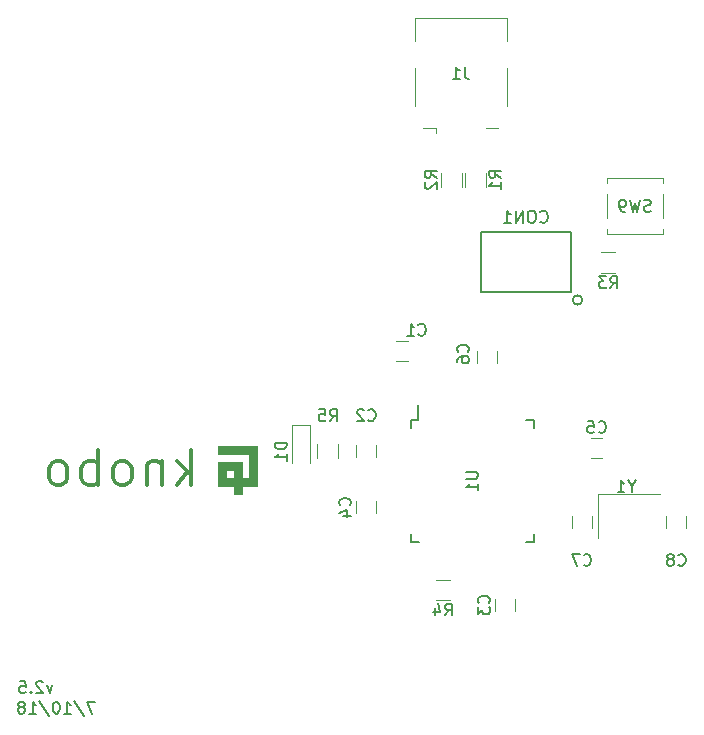
<source format=gbr>
G04 #@! TF.FileFunction,Legend,Bot*
%FSLAX46Y46*%
G04 Gerber Fmt 4.6, Leading zero omitted, Abs format (unit mm)*
G04 Created by KiCad (PCBNEW 4.0.7) date Thursday, April 11, 2019 'PMt' 06:08:24 PM*
%MOMM*%
%LPD*%
G01*
G04 APERTURE LIST*
%ADD10C,0.100000*%
%ADD11C,0.300000*%
%ADD12C,0.200000*%
%ADD13C,0.120000*%
%ADD14C,0.150000*%
%ADD15C,0.203200*%
%ADD16C,0.010000*%
G04 APERTURE END LIST*
D10*
D11*
X119628571Y-106357143D02*
X119628571Y-103357143D01*
X119342857Y-105214286D02*
X118485714Y-106357143D01*
X118485714Y-104357143D02*
X119628571Y-105500000D01*
X117200000Y-104357143D02*
X117200000Y-106357143D01*
X117200000Y-104642857D02*
X117057143Y-104500000D01*
X116771429Y-104357143D01*
X116342857Y-104357143D01*
X116057143Y-104500000D01*
X115914286Y-104785714D01*
X115914286Y-106357143D01*
X114057143Y-106357143D02*
X114342857Y-106214286D01*
X114485714Y-106071429D01*
X114628571Y-105785714D01*
X114628571Y-104928571D01*
X114485714Y-104642857D01*
X114342857Y-104500000D01*
X114057143Y-104357143D01*
X113628571Y-104357143D01*
X113342857Y-104500000D01*
X113200000Y-104642857D01*
X113057143Y-104928571D01*
X113057143Y-105785714D01*
X113200000Y-106071429D01*
X113342857Y-106214286D01*
X113628571Y-106357143D01*
X114057143Y-106357143D01*
X111771428Y-106357143D02*
X111771428Y-103357143D01*
X111771428Y-104500000D02*
X111485714Y-104357143D01*
X110914285Y-104357143D01*
X110628571Y-104500000D01*
X110485714Y-104642857D01*
X110342857Y-104928571D01*
X110342857Y-105785714D01*
X110485714Y-106071429D01*
X110628571Y-106214286D01*
X110914285Y-106357143D01*
X111485714Y-106357143D01*
X111771428Y-106214286D01*
X108628571Y-106357143D02*
X108914285Y-106214286D01*
X109057142Y-106071429D01*
X109199999Y-105785714D01*
X109199999Y-104928571D01*
X109057142Y-104642857D01*
X108914285Y-104500000D01*
X108628571Y-104357143D01*
X108199999Y-104357143D01*
X107914285Y-104500000D01*
X107771428Y-104642857D01*
X107628571Y-104928571D01*
X107628571Y-105785714D01*
X107771428Y-106071429D01*
X107914285Y-106214286D01*
X108199999Y-106357143D01*
X108628571Y-106357143D01*
D12*
X111535714Y-124702381D02*
X110869047Y-124702381D01*
X111297619Y-125702381D01*
X109773809Y-124654762D02*
X110630952Y-125940476D01*
X108916666Y-125702381D02*
X109488095Y-125702381D01*
X109202381Y-125702381D02*
X109202381Y-124702381D01*
X109297619Y-124845238D01*
X109392857Y-124940476D01*
X109488095Y-124988095D01*
X108297619Y-124702381D02*
X108202380Y-124702381D01*
X108107142Y-124750000D01*
X108059523Y-124797619D01*
X108011904Y-124892857D01*
X107964285Y-125083333D01*
X107964285Y-125321429D01*
X108011904Y-125511905D01*
X108059523Y-125607143D01*
X108107142Y-125654762D01*
X108202380Y-125702381D01*
X108297619Y-125702381D01*
X108392857Y-125654762D01*
X108440476Y-125607143D01*
X108488095Y-125511905D01*
X108535714Y-125321429D01*
X108535714Y-125083333D01*
X108488095Y-124892857D01*
X108440476Y-124797619D01*
X108392857Y-124750000D01*
X108297619Y-124702381D01*
X106821428Y-124654762D02*
X107678571Y-125940476D01*
X105964285Y-125702381D02*
X106535714Y-125702381D01*
X106250000Y-125702381D02*
X106250000Y-124702381D01*
X106345238Y-124845238D01*
X106440476Y-124940476D01*
X106535714Y-124988095D01*
X105392857Y-125130952D02*
X105488095Y-125083333D01*
X105535714Y-125035714D01*
X105583333Y-124940476D01*
X105583333Y-124892857D01*
X105535714Y-124797619D01*
X105488095Y-124750000D01*
X105392857Y-124702381D01*
X105202380Y-124702381D01*
X105107142Y-124750000D01*
X105059523Y-124797619D01*
X105011904Y-124892857D01*
X105011904Y-124940476D01*
X105059523Y-125035714D01*
X105107142Y-125083333D01*
X105202380Y-125130952D01*
X105392857Y-125130952D01*
X105488095Y-125178571D01*
X105535714Y-125226190D01*
X105583333Y-125321429D01*
X105583333Y-125511905D01*
X105535714Y-125607143D01*
X105488095Y-125654762D01*
X105392857Y-125702381D01*
X105202380Y-125702381D01*
X105107142Y-125654762D01*
X105059523Y-125607143D01*
X105011904Y-125511905D01*
X105011904Y-125321429D01*
X105059523Y-125226190D01*
X105107142Y-125178571D01*
X105202380Y-125130952D01*
X107928571Y-123285714D02*
X107690476Y-123952381D01*
X107452380Y-123285714D01*
X107119047Y-123047619D02*
X107071428Y-123000000D01*
X106976190Y-122952381D01*
X106738094Y-122952381D01*
X106642856Y-123000000D01*
X106595237Y-123047619D01*
X106547618Y-123142857D01*
X106547618Y-123238095D01*
X106595237Y-123380952D01*
X107166666Y-123952381D01*
X106547618Y-123952381D01*
X106119047Y-123857143D02*
X106071428Y-123904762D01*
X106119047Y-123952381D01*
X106166666Y-123904762D01*
X106119047Y-123857143D01*
X106119047Y-123952381D01*
X105166666Y-122952381D02*
X105642857Y-122952381D01*
X105690476Y-123428571D01*
X105642857Y-123380952D01*
X105547619Y-123333333D01*
X105309523Y-123333333D01*
X105214285Y-123380952D01*
X105166666Y-123428571D01*
X105119047Y-123523810D01*
X105119047Y-123761905D01*
X105166666Y-123857143D01*
X105214285Y-123904762D01*
X105309523Y-123952381D01*
X105547619Y-123952381D01*
X105642857Y-123904762D01*
X105690476Y-123857143D01*
D13*
X138000000Y-95850000D02*
X137000000Y-95850000D01*
X137000000Y-94150000D02*
X138000000Y-94150000D01*
X133650000Y-104000000D02*
X133650000Y-103000000D01*
X135350000Y-103000000D02*
X135350000Y-104000000D01*
X145400000Y-117000000D02*
X145400000Y-116000000D01*
X147100000Y-116000000D02*
X147100000Y-117000000D01*
X135350000Y-107750000D02*
X135350000Y-108750000D01*
X133650000Y-108750000D02*
X133650000Y-107750000D01*
X154500000Y-104100000D02*
X153500000Y-104100000D01*
X153500000Y-102400000D02*
X154500000Y-102400000D01*
X145600000Y-95000000D02*
X145600000Y-96000000D01*
X143900000Y-96000000D02*
X143900000Y-95000000D01*
X151900000Y-110000000D02*
X151900000Y-109000000D01*
X153600000Y-109000000D02*
X153600000Y-110000000D01*
X159900000Y-110000000D02*
X159900000Y-109000000D01*
X161600000Y-109000000D02*
X161600000Y-110000000D01*
X146410000Y-66840000D02*
X138590000Y-66840000D01*
X140390000Y-76160000D02*
X140390000Y-76590000D01*
X146410000Y-66840000D02*
X146410000Y-68790000D01*
X146410000Y-71010000D02*
X146410000Y-74240000D01*
X144610000Y-76160000D02*
X145690000Y-76160000D01*
X139310000Y-76160000D02*
X140390000Y-76160000D01*
X138590000Y-71010000D02*
X138590000Y-74240000D01*
X138590000Y-66840000D02*
X138590000Y-68790000D01*
X142870000Y-79900000D02*
X142870000Y-81100000D01*
X144630000Y-81100000D02*
X144630000Y-79900000D01*
X140870000Y-79900000D02*
X140870000Y-81100000D01*
X142630000Y-81100000D02*
X142630000Y-79900000D01*
X155600000Y-86620000D02*
X154400000Y-86620000D01*
X154400000Y-88380000D02*
X155600000Y-88380000D01*
X141600000Y-114370000D02*
X140400000Y-114370000D01*
X140400000Y-116130000D02*
X141600000Y-116130000D01*
X159620000Y-80380000D02*
X154880000Y-80380000D01*
X159620000Y-80380000D02*
X159620000Y-80780000D01*
X154880000Y-80380000D02*
X154880000Y-80780000D01*
X159620000Y-85120000D02*
X159620000Y-84720000D01*
X159620000Y-85120000D02*
X154880000Y-85120000D01*
X154880000Y-85120000D02*
X154880000Y-84720000D01*
X154880000Y-83780000D02*
X154880000Y-81720000D01*
X159620000Y-83780000D02*
X159620000Y-81720000D01*
D14*
X138325000Y-100825000D02*
X138900000Y-100825000D01*
X138325000Y-111175000D02*
X139000000Y-111175000D01*
X148675000Y-111175000D02*
X148000000Y-111175000D01*
X148675000Y-100825000D02*
X148000000Y-100825000D01*
X138325000Y-100825000D02*
X138325000Y-101500000D01*
X148675000Y-100825000D02*
X148675000Y-101500000D01*
X148675000Y-111175000D02*
X148675000Y-110500000D01*
X138325000Y-111175000D02*
X138325000Y-110500000D01*
X138900000Y-100825000D02*
X138900000Y-99550000D01*
D13*
X154100000Y-110850000D02*
X154100000Y-107150000D01*
X154100000Y-107150000D02*
X159400000Y-107150000D01*
X129750000Y-104500000D02*
X129750000Y-101300000D01*
X128250000Y-101300000D02*
X128250000Y-104500000D01*
X128250000Y-101300000D02*
X129750000Y-101300000D01*
X132130000Y-104100000D02*
X132130000Y-102900000D01*
X130370000Y-102900000D02*
X130370000Y-104100000D01*
D14*
X152793113Y-90690000D02*
G75*
G03X152793113Y-90690000I-403113J0D01*
G01*
D15*
X144190000Y-90040000D02*
X151810000Y-90040000D01*
X151810000Y-84960000D02*
X144190000Y-84960000D01*
X144190000Y-84960000D02*
X144190000Y-90040000D01*
X151810000Y-90040000D02*
X151810000Y-84960000D01*
D16*
G36*
X121923601Y-103728348D02*
X124611767Y-103732634D01*
X124613918Y-104738050D01*
X124616070Y-105743467D01*
X123947134Y-105743467D01*
X123947134Y-105083067D01*
X123269800Y-105083067D01*
X123269800Y-105743467D01*
X122600934Y-105743467D01*
X122600934Y-105083067D01*
X123269800Y-105083067D01*
X123947134Y-105083067D01*
X123947134Y-104397267D01*
X121923601Y-104397267D01*
X121923601Y-106429267D01*
X123269800Y-106429267D01*
X123269800Y-107098134D01*
X123947134Y-107098134D01*
X123947134Y-106429267D01*
X125293334Y-106429267D01*
X125293334Y-103051067D01*
X121923601Y-103051067D01*
X121923601Y-103728348D01*
X121923601Y-103728348D01*
G37*
X121923601Y-103728348D02*
X124611767Y-103732634D01*
X124613918Y-104738050D01*
X124616070Y-105743467D01*
X123947134Y-105743467D01*
X123947134Y-105083067D01*
X123269800Y-105083067D01*
X123269800Y-105743467D01*
X122600934Y-105743467D01*
X122600934Y-105083067D01*
X123269800Y-105083067D01*
X123947134Y-105083067D01*
X123947134Y-104397267D01*
X121923601Y-104397267D01*
X121923601Y-106429267D01*
X123269800Y-106429267D01*
X123269800Y-107098134D01*
X123947134Y-107098134D01*
X123947134Y-106429267D01*
X125293334Y-106429267D01*
X125293334Y-103051067D01*
X121923601Y-103051067D01*
X121923601Y-103728348D01*
D14*
X138916666Y-93607143D02*
X138964285Y-93654762D01*
X139107142Y-93702381D01*
X139202380Y-93702381D01*
X139345238Y-93654762D01*
X139440476Y-93559524D01*
X139488095Y-93464286D01*
X139535714Y-93273810D01*
X139535714Y-93130952D01*
X139488095Y-92940476D01*
X139440476Y-92845238D01*
X139345238Y-92750000D01*
X139202380Y-92702381D01*
X139107142Y-92702381D01*
X138964285Y-92750000D01*
X138916666Y-92797619D01*
X137964285Y-93702381D02*
X138535714Y-93702381D01*
X138250000Y-93702381D02*
X138250000Y-92702381D01*
X138345238Y-92845238D01*
X138440476Y-92940476D01*
X138535714Y-92988095D01*
X134666666Y-100857143D02*
X134714285Y-100904762D01*
X134857142Y-100952381D01*
X134952380Y-100952381D01*
X135095238Y-100904762D01*
X135190476Y-100809524D01*
X135238095Y-100714286D01*
X135285714Y-100523810D01*
X135285714Y-100380952D01*
X135238095Y-100190476D01*
X135190476Y-100095238D01*
X135095238Y-100000000D01*
X134952380Y-99952381D01*
X134857142Y-99952381D01*
X134714285Y-100000000D01*
X134666666Y-100047619D01*
X134285714Y-100047619D02*
X134238095Y-100000000D01*
X134142857Y-99952381D01*
X133904761Y-99952381D01*
X133809523Y-100000000D01*
X133761904Y-100047619D01*
X133714285Y-100142857D01*
X133714285Y-100238095D01*
X133761904Y-100380952D01*
X134333333Y-100952381D01*
X133714285Y-100952381D01*
X144857143Y-116333334D02*
X144904762Y-116285715D01*
X144952381Y-116142858D01*
X144952381Y-116047620D01*
X144904762Y-115904762D01*
X144809524Y-115809524D01*
X144714286Y-115761905D01*
X144523810Y-115714286D01*
X144380952Y-115714286D01*
X144190476Y-115761905D01*
X144095238Y-115809524D01*
X144000000Y-115904762D01*
X143952381Y-116047620D01*
X143952381Y-116142858D01*
X144000000Y-116285715D01*
X144047619Y-116333334D01*
X143952381Y-116666667D02*
X143952381Y-117285715D01*
X144333333Y-116952381D01*
X144333333Y-117095239D01*
X144380952Y-117190477D01*
X144428571Y-117238096D01*
X144523810Y-117285715D01*
X144761905Y-117285715D01*
X144857143Y-117238096D01*
X144904762Y-117190477D01*
X144952381Y-117095239D01*
X144952381Y-116809524D01*
X144904762Y-116714286D01*
X144857143Y-116666667D01*
X133107143Y-108083334D02*
X133154762Y-108035715D01*
X133202381Y-107892858D01*
X133202381Y-107797620D01*
X133154762Y-107654762D01*
X133059524Y-107559524D01*
X132964286Y-107511905D01*
X132773810Y-107464286D01*
X132630952Y-107464286D01*
X132440476Y-107511905D01*
X132345238Y-107559524D01*
X132250000Y-107654762D01*
X132202381Y-107797620D01*
X132202381Y-107892858D01*
X132250000Y-108035715D01*
X132297619Y-108083334D01*
X132535714Y-108940477D02*
X133202381Y-108940477D01*
X132154762Y-108702381D02*
X132869048Y-108464286D01*
X132869048Y-109083334D01*
X154166666Y-101857143D02*
X154214285Y-101904762D01*
X154357142Y-101952381D01*
X154452380Y-101952381D01*
X154595238Y-101904762D01*
X154690476Y-101809524D01*
X154738095Y-101714286D01*
X154785714Y-101523810D01*
X154785714Y-101380952D01*
X154738095Y-101190476D01*
X154690476Y-101095238D01*
X154595238Y-101000000D01*
X154452380Y-100952381D01*
X154357142Y-100952381D01*
X154214285Y-101000000D01*
X154166666Y-101047619D01*
X153261904Y-100952381D02*
X153738095Y-100952381D01*
X153785714Y-101428571D01*
X153738095Y-101380952D01*
X153642857Y-101333333D01*
X153404761Y-101333333D01*
X153309523Y-101380952D01*
X153261904Y-101428571D01*
X153214285Y-101523810D01*
X153214285Y-101761905D01*
X153261904Y-101857143D01*
X153309523Y-101904762D01*
X153404761Y-101952381D01*
X153642857Y-101952381D01*
X153738095Y-101904762D01*
X153785714Y-101857143D01*
X143107143Y-95083334D02*
X143154762Y-95035715D01*
X143202381Y-94892858D01*
X143202381Y-94797620D01*
X143154762Y-94654762D01*
X143059524Y-94559524D01*
X142964286Y-94511905D01*
X142773810Y-94464286D01*
X142630952Y-94464286D01*
X142440476Y-94511905D01*
X142345238Y-94559524D01*
X142250000Y-94654762D01*
X142202381Y-94797620D01*
X142202381Y-94892858D01*
X142250000Y-95035715D01*
X142297619Y-95083334D01*
X142202381Y-95940477D02*
X142202381Y-95750000D01*
X142250000Y-95654762D01*
X142297619Y-95607143D01*
X142440476Y-95511905D01*
X142630952Y-95464286D01*
X143011905Y-95464286D01*
X143107143Y-95511905D01*
X143154762Y-95559524D01*
X143202381Y-95654762D01*
X143202381Y-95845239D01*
X143154762Y-95940477D01*
X143107143Y-95988096D01*
X143011905Y-96035715D01*
X142773810Y-96035715D01*
X142678571Y-95988096D01*
X142630952Y-95940477D01*
X142583333Y-95845239D01*
X142583333Y-95654762D01*
X142630952Y-95559524D01*
X142678571Y-95511905D01*
X142773810Y-95464286D01*
X152916666Y-113107143D02*
X152964285Y-113154762D01*
X153107142Y-113202381D01*
X153202380Y-113202381D01*
X153345238Y-113154762D01*
X153440476Y-113059524D01*
X153488095Y-112964286D01*
X153535714Y-112773810D01*
X153535714Y-112630952D01*
X153488095Y-112440476D01*
X153440476Y-112345238D01*
X153345238Y-112250000D01*
X153202380Y-112202381D01*
X153107142Y-112202381D01*
X152964285Y-112250000D01*
X152916666Y-112297619D01*
X152583333Y-112202381D02*
X151916666Y-112202381D01*
X152345238Y-113202381D01*
X160916666Y-113107143D02*
X160964285Y-113154762D01*
X161107142Y-113202381D01*
X161202380Y-113202381D01*
X161345238Y-113154762D01*
X161440476Y-113059524D01*
X161488095Y-112964286D01*
X161535714Y-112773810D01*
X161535714Y-112630952D01*
X161488095Y-112440476D01*
X161440476Y-112345238D01*
X161345238Y-112250000D01*
X161202380Y-112202381D01*
X161107142Y-112202381D01*
X160964285Y-112250000D01*
X160916666Y-112297619D01*
X160345238Y-112630952D02*
X160440476Y-112583333D01*
X160488095Y-112535714D01*
X160535714Y-112440476D01*
X160535714Y-112392857D01*
X160488095Y-112297619D01*
X160440476Y-112250000D01*
X160345238Y-112202381D01*
X160154761Y-112202381D01*
X160059523Y-112250000D01*
X160011904Y-112297619D01*
X159964285Y-112392857D01*
X159964285Y-112440476D01*
X160011904Y-112535714D01*
X160059523Y-112583333D01*
X160154761Y-112630952D01*
X160345238Y-112630952D01*
X160440476Y-112678571D01*
X160488095Y-112726190D01*
X160535714Y-112821429D01*
X160535714Y-113011905D01*
X160488095Y-113107143D01*
X160440476Y-113154762D01*
X160345238Y-113202381D01*
X160154761Y-113202381D01*
X160059523Y-113154762D01*
X160011904Y-113107143D01*
X159964285Y-113011905D01*
X159964285Y-112821429D01*
X160011904Y-112726190D01*
X160059523Y-112678571D01*
X160154761Y-112630952D01*
X142833333Y-70952381D02*
X142833333Y-71666667D01*
X142880953Y-71809524D01*
X142976191Y-71904762D01*
X143119048Y-71952381D01*
X143214286Y-71952381D01*
X141833333Y-71952381D02*
X142404762Y-71952381D01*
X142119048Y-71952381D02*
X142119048Y-70952381D01*
X142214286Y-71095238D01*
X142309524Y-71190476D01*
X142404762Y-71238095D01*
X145902381Y-80333334D02*
X145426190Y-80000000D01*
X145902381Y-79761905D02*
X144902381Y-79761905D01*
X144902381Y-80142858D01*
X144950000Y-80238096D01*
X144997619Y-80285715D01*
X145092857Y-80333334D01*
X145235714Y-80333334D01*
X145330952Y-80285715D01*
X145378571Y-80238096D01*
X145426190Y-80142858D01*
X145426190Y-79761905D01*
X145902381Y-81285715D02*
X145902381Y-80714286D01*
X145902381Y-81000000D02*
X144902381Y-81000000D01*
X145045238Y-80904762D01*
X145140476Y-80809524D01*
X145188095Y-80714286D01*
X140452381Y-80333334D02*
X139976190Y-80000000D01*
X140452381Y-79761905D02*
X139452381Y-79761905D01*
X139452381Y-80142858D01*
X139500000Y-80238096D01*
X139547619Y-80285715D01*
X139642857Y-80333334D01*
X139785714Y-80333334D01*
X139880952Y-80285715D01*
X139928571Y-80238096D01*
X139976190Y-80142858D01*
X139976190Y-79761905D01*
X139547619Y-80714286D02*
X139500000Y-80761905D01*
X139452381Y-80857143D01*
X139452381Y-81095239D01*
X139500000Y-81190477D01*
X139547619Y-81238096D01*
X139642857Y-81285715D01*
X139738095Y-81285715D01*
X139880952Y-81238096D01*
X140452381Y-80666667D01*
X140452381Y-81285715D01*
X155166666Y-89702381D02*
X155500000Y-89226190D01*
X155738095Y-89702381D02*
X155738095Y-88702381D01*
X155357142Y-88702381D01*
X155261904Y-88750000D01*
X155214285Y-88797619D01*
X155166666Y-88892857D01*
X155166666Y-89035714D01*
X155214285Y-89130952D01*
X155261904Y-89178571D01*
X155357142Y-89226190D01*
X155738095Y-89226190D01*
X154833333Y-88702381D02*
X154214285Y-88702381D01*
X154547619Y-89083333D01*
X154404761Y-89083333D01*
X154309523Y-89130952D01*
X154261904Y-89178571D01*
X154214285Y-89273810D01*
X154214285Y-89511905D01*
X154261904Y-89607143D01*
X154309523Y-89654762D01*
X154404761Y-89702381D01*
X154690476Y-89702381D01*
X154785714Y-89654762D01*
X154833333Y-89607143D01*
X141166666Y-117402381D02*
X141500000Y-116926190D01*
X141738095Y-117402381D02*
X141738095Y-116402381D01*
X141357142Y-116402381D01*
X141261904Y-116450000D01*
X141214285Y-116497619D01*
X141166666Y-116592857D01*
X141166666Y-116735714D01*
X141214285Y-116830952D01*
X141261904Y-116878571D01*
X141357142Y-116926190D01*
X141738095Y-116926190D01*
X140309523Y-116735714D02*
X140309523Y-117402381D01*
X140547619Y-116354762D02*
X140785714Y-117069048D01*
X140166666Y-117069048D01*
X158583333Y-83154762D02*
X158440476Y-83202381D01*
X158202380Y-83202381D01*
X158107142Y-83154762D01*
X158059523Y-83107143D01*
X158011904Y-83011905D01*
X158011904Y-82916667D01*
X158059523Y-82821429D01*
X158107142Y-82773810D01*
X158202380Y-82726190D01*
X158392857Y-82678571D01*
X158488095Y-82630952D01*
X158535714Y-82583333D01*
X158583333Y-82488095D01*
X158583333Y-82392857D01*
X158535714Y-82297619D01*
X158488095Y-82250000D01*
X158392857Y-82202381D01*
X158154761Y-82202381D01*
X158011904Y-82250000D01*
X157678571Y-82202381D02*
X157440476Y-83202381D01*
X157249999Y-82488095D01*
X157059523Y-83202381D01*
X156821428Y-82202381D01*
X156392857Y-83202381D02*
X156202381Y-83202381D01*
X156107142Y-83154762D01*
X156059523Y-83107143D01*
X155964285Y-82964286D01*
X155916666Y-82773810D01*
X155916666Y-82392857D01*
X155964285Y-82297619D01*
X156011904Y-82250000D01*
X156107142Y-82202381D01*
X156297619Y-82202381D01*
X156392857Y-82250000D01*
X156440476Y-82297619D01*
X156488095Y-82392857D01*
X156488095Y-82630952D01*
X156440476Y-82726190D01*
X156392857Y-82773810D01*
X156297619Y-82821429D01*
X156107142Y-82821429D01*
X156011904Y-82773810D01*
X155964285Y-82726190D01*
X155916666Y-82630952D01*
X142952381Y-105238095D02*
X143761905Y-105238095D01*
X143857143Y-105285714D01*
X143904762Y-105333333D01*
X143952381Y-105428571D01*
X143952381Y-105619048D01*
X143904762Y-105714286D01*
X143857143Y-105761905D01*
X143761905Y-105809524D01*
X142952381Y-105809524D01*
X143952381Y-106809524D02*
X143952381Y-106238095D01*
X143952381Y-106523809D02*
X142952381Y-106523809D01*
X143095238Y-106428571D01*
X143190476Y-106333333D01*
X143238095Y-106238095D01*
X156976191Y-106476190D02*
X156976191Y-106952381D01*
X157309524Y-105952381D02*
X156976191Y-106476190D01*
X156642857Y-105952381D01*
X155785714Y-106952381D02*
X156357143Y-106952381D01*
X156071429Y-106952381D02*
X156071429Y-105952381D01*
X156166667Y-106095238D01*
X156261905Y-106190476D01*
X156357143Y-106238095D01*
X127752381Y-102761905D02*
X126752381Y-102761905D01*
X126752381Y-103000000D01*
X126800000Y-103142858D01*
X126895238Y-103238096D01*
X126990476Y-103285715D01*
X127180952Y-103333334D01*
X127323810Y-103333334D01*
X127514286Y-103285715D01*
X127609524Y-103238096D01*
X127704762Y-103142858D01*
X127752381Y-103000000D01*
X127752381Y-102761905D01*
X127752381Y-104285715D02*
X127752381Y-103714286D01*
X127752381Y-104000000D02*
X126752381Y-104000000D01*
X126895238Y-103904762D01*
X126990476Y-103809524D01*
X127038095Y-103714286D01*
X131416666Y-100952381D02*
X131750000Y-100476190D01*
X131988095Y-100952381D02*
X131988095Y-99952381D01*
X131607142Y-99952381D01*
X131511904Y-100000000D01*
X131464285Y-100047619D01*
X131416666Y-100142857D01*
X131416666Y-100285714D01*
X131464285Y-100380952D01*
X131511904Y-100428571D01*
X131607142Y-100476190D01*
X131988095Y-100476190D01*
X130511904Y-99952381D02*
X130988095Y-99952381D01*
X131035714Y-100428571D01*
X130988095Y-100380952D01*
X130892857Y-100333333D01*
X130654761Y-100333333D01*
X130559523Y-100380952D01*
X130511904Y-100428571D01*
X130464285Y-100523810D01*
X130464285Y-100761905D01*
X130511904Y-100857143D01*
X130559523Y-100904762D01*
X130654761Y-100952381D01*
X130892857Y-100952381D01*
X130988095Y-100904762D01*
X131035714Y-100857143D01*
D15*
X149233714Y-84052857D02*
X149282095Y-84101238D01*
X149427238Y-84149619D01*
X149524000Y-84149619D01*
X149669142Y-84101238D01*
X149765904Y-84004476D01*
X149814285Y-83907714D01*
X149862666Y-83714190D01*
X149862666Y-83569048D01*
X149814285Y-83375524D01*
X149765904Y-83278762D01*
X149669142Y-83182000D01*
X149524000Y-83133619D01*
X149427238Y-83133619D01*
X149282095Y-83182000D01*
X149233714Y-83230381D01*
X148604761Y-83133619D02*
X148411238Y-83133619D01*
X148314476Y-83182000D01*
X148217714Y-83278762D01*
X148169333Y-83472286D01*
X148169333Y-83810952D01*
X148217714Y-84004476D01*
X148314476Y-84101238D01*
X148411238Y-84149619D01*
X148604761Y-84149619D01*
X148701523Y-84101238D01*
X148798285Y-84004476D01*
X148846666Y-83810952D01*
X148846666Y-83472286D01*
X148798285Y-83278762D01*
X148701523Y-83182000D01*
X148604761Y-83133619D01*
X147733904Y-84149619D02*
X147733904Y-83133619D01*
X147153333Y-84149619D01*
X147153333Y-83133619D01*
X146137333Y-84149619D02*
X146717904Y-84149619D01*
X146427618Y-84149619D02*
X146427618Y-83133619D01*
X146524380Y-83278762D01*
X146621142Y-83375524D01*
X146717904Y-83423905D01*
M02*

</source>
